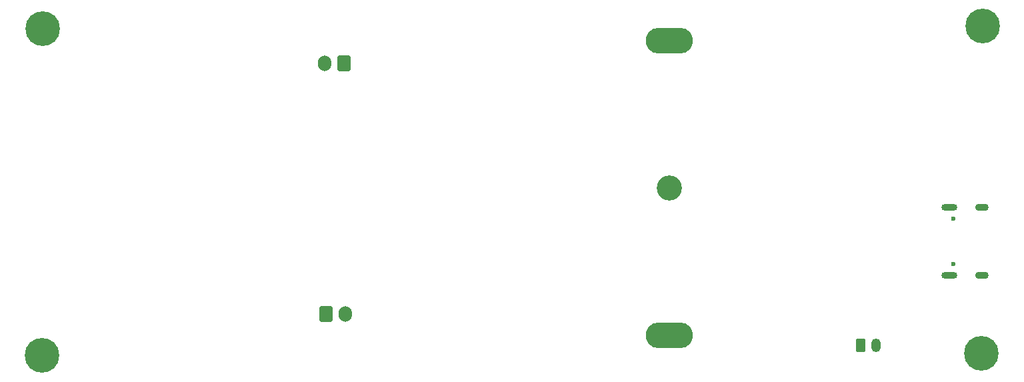
<source format=gbr>
%TF.GenerationSoftware,KiCad,Pcbnew,9.0.6*%
%TF.CreationDate,2025-12-07T16:06:48+02:00*%
%TF.ProjectId,BLUETOOTH_SPEAKER,424c5545-544f-44f5-9448-5f535045414b,rev?*%
%TF.SameCoordinates,Original*%
%TF.FileFunction,Soldermask,Bot*%
%TF.FilePolarity,Negative*%
%FSLAX46Y46*%
G04 Gerber Fmt 4.6, Leading zero omitted, Abs format (unit mm)*
G04 Created by KiCad (PCBNEW 9.0.6) date 2025-12-07 16:06:48*
%MOMM*%
%LPD*%
G01*
G04 APERTURE LIST*
G04 Aperture macros list*
%AMRoundRect*
0 Rectangle with rounded corners*
0 $1 Rounding radius*
0 $2 $3 $4 $5 $6 $7 $8 $9 X,Y pos of 4 corners*
0 Add a 4 corners polygon primitive as box body*
4,1,4,$2,$3,$4,$5,$6,$7,$8,$9,$2,$3,0*
0 Add four circle primitives for the rounded corners*
1,1,$1+$1,$2,$3*
1,1,$1+$1,$4,$5*
1,1,$1+$1,$6,$7*
1,1,$1+$1,$8,$9*
0 Add four rect primitives between the rounded corners*
20,1,$1+$1,$2,$3,$4,$5,0*
20,1,$1+$1,$4,$5,$6,$7,0*
20,1,$1+$1,$6,$7,$8,$9,0*
20,1,$1+$1,$8,$9,$2,$3,0*%
G04 Aperture macros list end*
%ADD10C,0.700000*%
%ADD11C,4.400000*%
%ADD12RoundRect,0.250000X0.600000X0.750000X-0.600000X0.750000X-0.600000X-0.750000X0.600000X-0.750000X0*%
%ADD13O,1.700000X2.000000*%
%ADD14C,0.600000*%
%ADD15O,2.000000X0.900000*%
%ADD16O,1.700000X0.900000*%
%ADD17C,3.200000*%
%ADD18O,6.000000X3.250000*%
%ADD19RoundRect,0.250000X-0.350000X-0.625000X0.350000X-0.625000X0.350000X0.625000X-0.350000X0.625000X0*%
%ADD20O,1.200000X1.750000*%
%ADD21RoundRect,0.250000X-0.600000X-0.750000X0.600000X-0.750000X0.600000X0.750000X-0.600000X0.750000X0*%
G04 APERTURE END LIST*
D10*
%TO.C,H4*%
X51640000Y-92170000D03*
X52123274Y-91003274D03*
X52123274Y-93336726D03*
X53290000Y-90520000D03*
D11*
X53290000Y-92170000D03*
D10*
X53290000Y-93820000D03*
X54456726Y-91003274D03*
X54456726Y-93336726D03*
X54940000Y-92170000D03*
%TD*%
D12*
%TO.C,J1*%
X91610000Y-96580000D03*
D13*
X89110000Y-96580000D03*
%TD*%
D14*
%TO.C,J3*%
X168961500Y-122091000D03*
X168961500Y-116311000D03*
D15*
X168481500Y-123521000D03*
D16*
X172651500Y-123521000D03*
D15*
X168481500Y-114881000D03*
D16*
X172651500Y-114881000D03*
%TD*%
D10*
%TO.C,H3*%
X51560000Y-133710000D03*
X52043274Y-132543274D03*
X52043274Y-134876726D03*
X53210000Y-132060000D03*
D11*
X53210000Y-133710000D03*
D10*
X53210000Y-135360000D03*
X54376726Y-132543274D03*
X54376726Y-134876726D03*
X54860000Y-133710000D03*
%TD*%
%TO.C,H2*%
X170890000Y-133400000D03*
X171373274Y-132233274D03*
X171373274Y-134566726D03*
X172540000Y-131750000D03*
D11*
X172540000Y-133400000D03*
D10*
X172540000Y-135050000D03*
X173706726Y-132233274D03*
X173706726Y-134566726D03*
X174190000Y-133400000D03*
%TD*%
D17*
%TO.C,F1*%
X132910000Y-112430000D03*
D18*
X132910000Y-93680000D03*
X132910000Y-131180000D03*
%TD*%
D19*
%TO.C,J4*%
X157200000Y-132450000D03*
D20*
X159200000Y-132450000D03*
%TD*%
D21*
%TO.C,J2*%
X89300000Y-128410000D03*
D13*
X91800000Y-128410000D03*
%TD*%
D10*
%TO.C,H1*%
X171020000Y-91860000D03*
X171503274Y-90693274D03*
X171503274Y-93026726D03*
X172670000Y-90210000D03*
D11*
X172670000Y-91860000D03*
D10*
X172670000Y-93510000D03*
X173836726Y-90693274D03*
X173836726Y-93026726D03*
X174320000Y-91860000D03*
%TD*%
M02*

</source>
